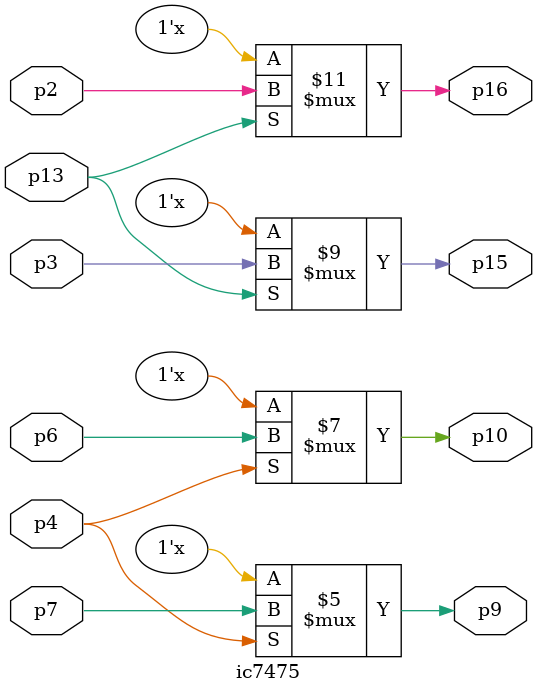
<source format=v>
`include "dlatch.v"
module ic7475(p2,p3,p6,p7,p13,p4,p16,p15,p10,p9);
   
  input p2,p3,p6,p7,p13,p4;
  output p16,p15,p10,p9;
  reg p16,p15,p10,p9;
 // dlatch uut1(p2,p13,p16);
 // dlatch uut2(p3,p13,p15);
 // dlatch uut3(p6,p4,p10);
 // dlatch uut4(p7,p4,p9);
  always @(p13 or p2)
  if (p13) begin
    p16 <= p2;
  end
   always @(p13 or p3)
  if (p13) begin
    p15 <= p3;
  end
  always @(p4 or p6)
  if (p4) begin
    p10 <= p6;
  end
  always @(p4 or p7)
  if (p4) begin
    p9 <= p7;
  end 
 endmodule

</source>
